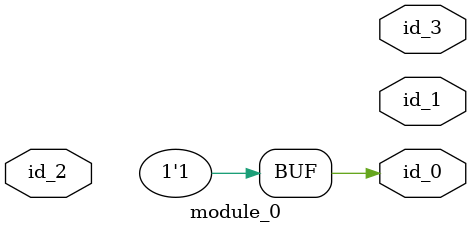
<source format=v>
module module_0 (
    output id_0,
    output id_1,
    input  id_2,
    output id_3
);
  assign id_0 = 1;
endmodule

</source>
